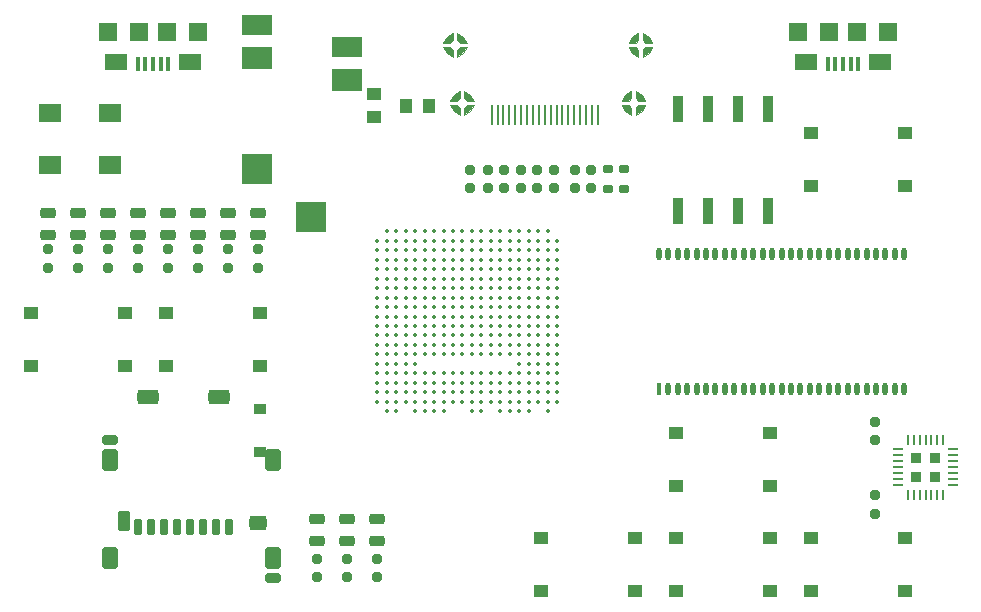
<source format=gtp>
G04 #@! TF.GenerationSoftware,KiCad,Pcbnew,6.0.11+dfsg-1*
G04 #@! TF.CreationDate,2023-03-29T14:32:03+02:00*
G04 #@! TF.ProjectId,ulx3s,756c7833-732e-46b6-9963-61645f706362,v3.1.8*
G04 #@! TF.SameCoordinates,Original*
G04 #@! TF.FileFunction,Paste,Top*
G04 #@! TF.FilePolarity,Positive*
%FSLAX46Y46*%
G04 Gerber Fmt 4.6, Leading zero omitted, Abs format (unit mm)*
G04 Created by KiCad (PCBNEW 6.0.11+dfsg-1) date 2023-03-29 14:32:03*
%MOMM*%
%LPD*%
G01*
G04 APERTURE LIST*
G04 Aperture macros list*
%AMRoundRect*
0 Rectangle with rounded corners*
0 $1 Rounding radius*
0 $2 $3 $4 $5 $6 $7 $8 $9 X,Y pos of 4 corners*
0 Add a 4 corners polygon primitive as box body*
4,1,4,$2,$3,$4,$5,$6,$7,$8,$9,$2,$3,0*
0 Add four circle primitives for the rounded corners*
1,1,$1+$1,$2,$3*
1,1,$1+$1,$4,$5*
1,1,$1+$1,$6,$7*
1,1,$1+$1,$8,$9*
0 Add four rect primitives between the rounded corners*
20,1,$1+$1,$2,$3,$4,$5,0*
20,1,$1+$1,$4,$5,$6,$7,0*
20,1,$1+$1,$6,$7,$8,$9,0*
20,1,$1+$1,$8,$9,$2,$3,0*%
G04 Aperture macros list end*
%ADD10C,0.100000*%
%ADD11R,2.546000X1.746000*%
%ADD12R,2.546000X2.546000*%
%ADD13R,2.546000X1.946000*%
%ADD14C,0.350000*%
%ADD15R,0.460000X1.100000*%
%ADD16O,0.460000X1.100000*%
%ADD17RoundRect,0.193750X-0.456250X0.243750X-0.456250X-0.243750X0.456250X-0.243750X0.456250X0.243750X0*%
%ADD18RoundRect,0.168750X0.256250X-0.218750X0.256250X0.218750X-0.256250X0.218750X-0.256250X-0.218750X0*%
%ADD19RoundRect,0.193750X0.456250X-0.243750X0.456250X0.243750X-0.456250X0.243750X-0.456250X-0.243750X0*%
%ADD20R,0.200000X1.800000*%
%ADD21RoundRect,0.168750X-0.256250X0.218750X-0.256250X-0.218750X0.256250X-0.218750X0.256250X0.218750X0*%
%ADD22R,1.200000X1.095000*%
%ADD23R,1.095000X1.200000*%
%ADD24R,0.300000X1.250000*%
%ADD25R,1.546000X1.646000*%
%ADD26R,1.846000X1.346000*%
%ADD27R,1.646000X1.646000*%
%ADD28R,1.900000X1.500000*%
%ADD29R,1.296000X1.046000*%
%ADD30R,0.920000X2.240000*%
%ADD31R,0.850000X0.200000*%
%ADD32O,0.850000X0.200000*%
%ADD33O,0.200000X0.850000*%
%ADD34R,0.875000X0.875000*%
%ADD35RoundRect,0.125000X-0.175000X-0.575000X0.175000X-0.575000X0.175000X0.575000X-0.175000X0.575000X0*%
%ADD36RoundRect,0.200000X0.350000X-0.250000X0.350000X0.250000X-0.350000X0.250000X-0.350000X-0.250000X0*%
%ADD37RoundRect,0.175000X-0.500000X-0.225000X0.500000X-0.225000X0.500000X0.225000X-0.500000X0.225000X0*%
%ADD38RoundRect,0.175000X0.500000X-0.225000X0.500000X0.225000X-0.500000X0.225000X-0.500000X-0.225000X0*%
%ADD39RoundRect,0.287500X-0.437500X0.337500X-0.437500X-0.337500X0.437500X-0.337500X0.437500X0.337500X0*%
%ADD40RoundRect,0.242500X-0.292500X0.607500X-0.292500X-0.607500X0.292500X-0.607500X0.292500X0.607500X0*%
%ADD41RoundRect,0.287500X-0.612500X0.337500X-0.612500X-0.337500X0.612500X-0.337500X0.612500X0.337500X0*%
%ADD42RoundRect,0.312500X-0.362500X-0.637500X0.362500X-0.637500X0.362500X0.637500X-0.362500X0.637500X0*%
%ADD43RoundRect,0.200000X-0.350000X0.250000X-0.350000X-0.250000X0.350000X-0.250000X0.350000X0.250000X0*%
%ADD44RoundRect,0.150000X0.275000X-0.200000X0.275000X0.200000X-0.275000X0.200000X-0.275000X-0.200000X0*%
G04 APERTURE END LIST*
G36*
X137846000Y-69712000D02*
G01*
X137846000Y-70312000D01*
X137346000Y-70012000D01*
X137046000Y-69512000D01*
X137646000Y-69512000D01*
X137846000Y-69712000D01*
G37*
D10*
X137846000Y-69712000D02*
X137846000Y-70312000D01*
X137346000Y-70012000D01*
X137046000Y-69512000D01*
X137646000Y-69512000D01*
X137846000Y-69712000D01*
G36*
X138746000Y-68612000D02*
G01*
X139046000Y-69112000D01*
X138446000Y-69112000D01*
X138246000Y-68912000D01*
X138246000Y-68312000D01*
X138746000Y-68612000D01*
G37*
X138746000Y-68612000D02*
X139046000Y-69112000D01*
X138446000Y-69112000D01*
X138246000Y-68912000D01*
X138246000Y-68312000D01*
X138746000Y-68612000D01*
G36*
X152946000Y-64812000D02*
G01*
X152946000Y-65412000D01*
X152446000Y-65112000D01*
X152146000Y-64612000D01*
X152746000Y-64612000D01*
X152946000Y-64812000D01*
G37*
X152946000Y-64812000D02*
X152946000Y-65412000D01*
X152446000Y-65112000D01*
X152146000Y-64612000D01*
X152746000Y-64612000D01*
X152946000Y-64812000D01*
G36*
X153246000Y-68612000D02*
G01*
X153546000Y-69112000D01*
X152946000Y-69112000D01*
X152746000Y-68912000D01*
X152746000Y-68312000D01*
X153246000Y-68612000D01*
G37*
X153246000Y-68612000D02*
X153546000Y-69112000D01*
X152946000Y-69112000D01*
X152746000Y-68912000D01*
X152746000Y-68312000D01*
X153246000Y-68612000D01*
G36*
X137846000Y-68912000D02*
G01*
X137646000Y-69112000D01*
X137046000Y-69112000D01*
X137346000Y-68612000D01*
X137846000Y-68312000D01*
X137846000Y-68912000D01*
G37*
X137846000Y-68912000D02*
X137646000Y-69112000D01*
X137046000Y-69112000D01*
X137346000Y-68612000D01*
X137846000Y-68312000D01*
X137846000Y-68912000D01*
G36*
X138146000Y-65112000D02*
G01*
X137646000Y-65412000D01*
X137646000Y-64812000D01*
X137846000Y-64612000D01*
X138446000Y-64612000D01*
X138146000Y-65112000D01*
G37*
X138146000Y-65112000D02*
X137646000Y-65412000D01*
X137646000Y-64812000D01*
X137846000Y-64612000D01*
X138446000Y-64612000D01*
X138146000Y-65112000D01*
G36*
X138746000Y-70012000D02*
G01*
X138246000Y-70312000D01*
X138246000Y-69712000D01*
X138446000Y-69512000D01*
X139046000Y-69512000D01*
X138746000Y-70012000D01*
G37*
X138746000Y-70012000D02*
X138246000Y-70312000D01*
X138246000Y-69712000D01*
X138446000Y-69512000D01*
X139046000Y-69512000D01*
X138746000Y-70012000D01*
G36*
X152346000Y-69712000D02*
G01*
X152346000Y-70312000D01*
X151846000Y-70012000D01*
X151546000Y-69512000D01*
X152146000Y-69512000D01*
X152346000Y-69712000D01*
G37*
X152346000Y-69712000D02*
X152346000Y-70312000D01*
X151846000Y-70012000D01*
X151546000Y-69512000D01*
X152146000Y-69512000D01*
X152346000Y-69712000D01*
G36*
X153846000Y-63712000D02*
G01*
X154146000Y-64212000D01*
X153546000Y-64212000D01*
X153346000Y-64012000D01*
X153346000Y-63412000D01*
X153846000Y-63712000D01*
G37*
X153846000Y-63712000D02*
X154146000Y-64212000D01*
X153546000Y-64212000D01*
X153346000Y-64012000D01*
X153346000Y-63412000D01*
X153846000Y-63712000D01*
G36*
X137246000Y-64012000D02*
G01*
X137046000Y-64212000D01*
X136446000Y-64212000D01*
X136746000Y-63712000D01*
X137246000Y-63412000D01*
X137246000Y-64012000D01*
G37*
X137246000Y-64012000D02*
X137046000Y-64212000D01*
X136446000Y-64212000D01*
X136746000Y-63712000D01*
X137246000Y-63412000D01*
X137246000Y-64012000D01*
G36*
X137246000Y-64812000D02*
G01*
X137246000Y-65412000D01*
X136746000Y-65112000D01*
X136446000Y-64612000D01*
X137046000Y-64612000D01*
X137246000Y-64812000D01*
G37*
X137246000Y-64812000D02*
X137246000Y-65412000D01*
X136746000Y-65112000D01*
X136446000Y-64612000D01*
X137046000Y-64612000D01*
X137246000Y-64812000D01*
G36*
X138146000Y-63712000D02*
G01*
X138446000Y-64212000D01*
X137846000Y-64212000D01*
X137646000Y-64012000D01*
X137646000Y-63412000D01*
X138146000Y-63712000D01*
G37*
X138146000Y-63712000D02*
X138446000Y-64212000D01*
X137846000Y-64212000D01*
X137646000Y-64012000D01*
X137646000Y-63412000D01*
X138146000Y-63712000D01*
G36*
X152946000Y-64012000D02*
G01*
X152746000Y-64212000D01*
X152146000Y-64212000D01*
X152446000Y-63712000D01*
X152946000Y-63412000D01*
X152946000Y-64012000D01*
G37*
X152946000Y-64012000D02*
X152746000Y-64212000D01*
X152146000Y-64212000D01*
X152446000Y-63712000D01*
X152946000Y-63412000D01*
X152946000Y-64012000D01*
G36*
X153246000Y-70012000D02*
G01*
X152746000Y-70312000D01*
X152746000Y-69712000D01*
X152946000Y-69512000D01*
X153546000Y-69512000D01*
X153246000Y-70012000D01*
G37*
X153246000Y-70012000D02*
X152746000Y-70312000D01*
X152746000Y-69712000D01*
X152946000Y-69512000D01*
X153546000Y-69512000D01*
X153246000Y-70012000D01*
G36*
X153846000Y-65112000D02*
G01*
X153346000Y-65412000D01*
X153346000Y-64812000D01*
X153546000Y-64612000D01*
X154146000Y-64612000D01*
X153846000Y-65112000D01*
G37*
X153846000Y-65112000D02*
X153346000Y-65412000D01*
X153346000Y-64812000D01*
X153546000Y-64612000D01*
X154146000Y-64612000D01*
X153846000Y-65112000D01*
G36*
X152346000Y-68912000D02*
G01*
X152146000Y-69112000D01*
X151546000Y-69112000D01*
X151846000Y-68612000D01*
X152346000Y-68312000D01*
X152346000Y-68912000D01*
G37*
X152346000Y-68912000D02*
X152146000Y-69112000D01*
X151546000Y-69112000D01*
X151846000Y-68612000D01*
X152346000Y-68312000D01*
X152346000Y-68912000D01*
D11*
X120668000Y-62700000D03*
D12*
X120668000Y-74900000D03*
D13*
X128268000Y-67400000D03*
X120668000Y-65500000D03*
D12*
X125218000Y-79000000D03*
D11*
X128268000Y-64600000D03*
D14*
X131680000Y-80200000D03*
X132480000Y-80200000D03*
X133280000Y-80200000D03*
X134080000Y-80200000D03*
X134880000Y-80200000D03*
X135680000Y-80200000D03*
X136480000Y-80200000D03*
X137280000Y-80200000D03*
X138080000Y-80200000D03*
X138880000Y-80200000D03*
X139680000Y-80200000D03*
X140480000Y-80200000D03*
X141280000Y-80200000D03*
X142080000Y-80200000D03*
X142880000Y-80200000D03*
X143680000Y-80200000D03*
X144480000Y-80200000D03*
X145280000Y-80200000D03*
X130880000Y-81000000D03*
X131680000Y-81000000D03*
X132480000Y-81000000D03*
X133280000Y-81000000D03*
X134080000Y-81000000D03*
X134880000Y-81000000D03*
X135680000Y-81000000D03*
X136480000Y-81000000D03*
X137280000Y-81000000D03*
X138080000Y-81000000D03*
X138880000Y-81000000D03*
X139680000Y-81000000D03*
X140480000Y-81000000D03*
X141280000Y-81000000D03*
X142080000Y-81000000D03*
X142880000Y-81000000D03*
X143680000Y-81000000D03*
X144480000Y-81000000D03*
X145280000Y-81000000D03*
X146080000Y-81000000D03*
X130880000Y-81800000D03*
X131680000Y-81800000D03*
X132480000Y-81800000D03*
X133280000Y-81800000D03*
X134080000Y-81800000D03*
X134880000Y-81800000D03*
X135680000Y-81800000D03*
X136480000Y-81800000D03*
X137280000Y-81800000D03*
X138080000Y-81800000D03*
X138880000Y-81800000D03*
X139680000Y-81800000D03*
X140480000Y-81800000D03*
X141280000Y-81800000D03*
X142080000Y-81800000D03*
X142880000Y-81800000D03*
X143680000Y-81800000D03*
X144480000Y-81800000D03*
X145280000Y-81800000D03*
X146080000Y-81800000D03*
X130880000Y-82600000D03*
X131680000Y-82600000D03*
X132480000Y-82600000D03*
X133280000Y-82600000D03*
X134080000Y-82600000D03*
X134880000Y-82600000D03*
X135680000Y-82600000D03*
X136480000Y-82600000D03*
X137280000Y-82600000D03*
X138080000Y-82600000D03*
X138880000Y-82600000D03*
X139680000Y-82600000D03*
X140480000Y-82600000D03*
X141280000Y-82600000D03*
X142080000Y-82600000D03*
X142880000Y-82600000D03*
X143680000Y-82600000D03*
X144480000Y-82600000D03*
X145280000Y-82600000D03*
X146080000Y-82600000D03*
X130880000Y-83400000D03*
X131680000Y-83400000D03*
X132480000Y-83400000D03*
X133280000Y-83400000D03*
X134080000Y-83400000D03*
X134880000Y-83400000D03*
X135680000Y-83400000D03*
X136480000Y-83400000D03*
X137280000Y-83400000D03*
X138080000Y-83400000D03*
X138880000Y-83400000D03*
X139680000Y-83400000D03*
X140480000Y-83400000D03*
X141280000Y-83400000D03*
X142080000Y-83400000D03*
X142880000Y-83400000D03*
X143680000Y-83400000D03*
X144480000Y-83400000D03*
X145280000Y-83400000D03*
X146080000Y-83400000D03*
X130880000Y-84200000D03*
X131680000Y-84200000D03*
X132480000Y-84200000D03*
X133280000Y-84200000D03*
X134080000Y-84200000D03*
X134880000Y-84200000D03*
X135680000Y-84200000D03*
X136480000Y-84200000D03*
X137280000Y-84200000D03*
X138080000Y-84200000D03*
X138880000Y-84200000D03*
X139680000Y-84200000D03*
X140480000Y-84200000D03*
X141280000Y-84200000D03*
X142080000Y-84200000D03*
X142880000Y-84200000D03*
X143680000Y-84200000D03*
X144480000Y-84200000D03*
X145280000Y-84200000D03*
X146080000Y-84200000D03*
X130880000Y-85000000D03*
X131680000Y-85000000D03*
X132480000Y-85000000D03*
X133280000Y-85000000D03*
X134080000Y-85000000D03*
X134880000Y-85000000D03*
X135680000Y-85000000D03*
X136480000Y-85000000D03*
X137280000Y-85000000D03*
X138080000Y-85000000D03*
X138880000Y-85000000D03*
X139680000Y-85000000D03*
X140480000Y-85000000D03*
X141280000Y-85000000D03*
X142080000Y-85000000D03*
X142880000Y-85000000D03*
X143680000Y-85000000D03*
X144480000Y-85000000D03*
X145280000Y-85000000D03*
X146080000Y-85000000D03*
X130880000Y-85800000D03*
X131680000Y-85800000D03*
X132480000Y-85800000D03*
X133280000Y-85800000D03*
X134080000Y-85800000D03*
X134880000Y-85800000D03*
X135680000Y-85800000D03*
X136480000Y-85800000D03*
X137280000Y-85800000D03*
X138080000Y-85800000D03*
X138880000Y-85800000D03*
X139680000Y-85800000D03*
X140480000Y-85800000D03*
X141280000Y-85800000D03*
X142080000Y-85800000D03*
X142880000Y-85800000D03*
X143680000Y-85800000D03*
X144480000Y-85800000D03*
X145280000Y-85800000D03*
X146080000Y-85800000D03*
X130880000Y-86600000D03*
X131680000Y-86600000D03*
X132480000Y-86600000D03*
X133280000Y-86600000D03*
X134080000Y-86600000D03*
X134880000Y-86600000D03*
X135680000Y-86600000D03*
X136480000Y-86600000D03*
X137280000Y-86600000D03*
X138080000Y-86600000D03*
X138880000Y-86600000D03*
X139680000Y-86600000D03*
X140480000Y-86600000D03*
X141280000Y-86600000D03*
X142080000Y-86600000D03*
X142880000Y-86600000D03*
X143680000Y-86600000D03*
X144480000Y-86600000D03*
X145280000Y-86600000D03*
X146080000Y-86600000D03*
X130880000Y-87400000D03*
X131680000Y-87400000D03*
X132480000Y-87400000D03*
X133280000Y-87400000D03*
X134080000Y-87400000D03*
X134880000Y-87400000D03*
X135680000Y-87400000D03*
X136480000Y-87400000D03*
X137280000Y-87400000D03*
X138080000Y-87400000D03*
X138880000Y-87400000D03*
X139680000Y-87400000D03*
X140480000Y-87400000D03*
X141280000Y-87400000D03*
X142080000Y-87400000D03*
X142880000Y-87400000D03*
X143680000Y-87400000D03*
X144480000Y-87400000D03*
X145280000Y-87400000D03*
X146080000Y-87400000D03*
X130880000Y-88200000D03*
X131680000Y-88200000D03*
X132480000Y-88200000D03*
X133280000Y-88200000D03*
X134080000Y-88200000D03*
X134880000Y-88200000D03*
X135680000Y-88200000D03*
X136480000Y-88200000D03*
X137280000Y-88200000D03*
X138080000Y-88200000D03*
X138880000Y-88200000D03*
X139680000Y-88200000D03*
X140480000Y-88200000D03*
X141280000Y-88200000D03*
X142080000Y-88200000D03*
X142880000Y-88200000D03*
X143680000Y-88200000D03*
X144480000Y-88200000D03*
X145280000Y-88200000D03*
X146080000Y-88200000D03*
X130880000Y-89000000D03*
X131680000Y-89000000D03*
X132480000Y-89000000D03*
X133280000Y-89000000D03*
X134080000Y-89000000D03*
X134880000Y-89000000D03*
X135680000Y-89000000D03*
X136480000Y-89000000D03*
X137280000Y-89000000D03*
X138080000Y-89000000D03*
X138880000Y-89000000D03*
X139680000Y-89000000D03*
X140480000Y-89000000D03*
X141280000Y-89000000D03*
X142080000Y-89000000D03*
X142880000Y-89000000D03*
X143680000Y-89000000D03*
X144480000Y-89000000D03*
X145280000Y-89000000D03*
X146080000Y-89000000D03*
X130880000Y-89800000D03*
X131680000Y-89800000D03*
X132480000Y-89800000D03*
X133280000Y-89800000D03*
X134080000Y-89800000D03*
X134880000Y-89800000D03*
X135680000Y-89800000D03*
X136480000Y-89800000D03*
X137280000Y-89800000D03*
X138080000Y-89800000D03*
X138880000Y-89800000D03*
X139680000Y-89800000D03*
X140480000Y-89800000D03*
X141280000Y-89800000D03*
X142080000Y-89800000D03*
X142880000Y-89800000D03*
X143680000Y-89800000D03*
X144480000Y-89800000D03*
X145280000Y-89800000D03*
X146080000Y-89800000D03*
X130880000Y-90600000D03*
X131680000Y-90600000D03*
X132480000Y-90600000D03*
X133280000Y-90600000D03*
X134080000Y-90600000D03*
X134880000Y-90600000D03*
X135680000Y-90600000D03*
X136480000Y-90600000D03*
X137280000Y-90600000D03*
X138080000Y-90600000D03*
X138880000Y-90600000D03*
X139680000Y-90600000D03*
X140480000Y-90600000D03*
X141280000Y-90600000D03*
X142080000Y-90600000D03*
X142880000Y-90600000D03*
X143680000Y-90600000D03*
X144480000Y-90600000D03*
X145280000Y-90600000D03*
X146080000Y-90600000D03*
X130880000Y-91400000D03*
X131680000Y-91400000D03*
X132480000Y-91400000D03*
X133280000Y-91400000D03*
X134080000Y-91400000D03*
X142880000Y-91400000D03*
X143680000Y-91400000D03*
X144480000Y-91400000D03*
X145280000Y-91400000D03*
X146080000Y-91400000D03*
X130880000Y-92200000D03*
X131680000Y-92200000D03*
X132480000Y-92200000D03*
X133280000Y-92200000D03*
X134080000Y-92200000D03*
X134880000Y-92200000D03*
X135680000Y-92200000D03*
X136480000Y-92200000D03*
X137280000Y-92200000D03*
X138080000Y-92200000D03*
X138880000Y-92200000D03*
X139680000Y-92200000D03*
X140480000Y-92200000D03*
X141280000Y-92200000D03*
X142080000Y-92200000D03*
X142880000Y-92200000D03*
X143680000Y-92200000D03*
X144480000Y-92200000D03*
X145280000Y-92200000D03*
X146080000Y-92200000D03*
X130880000Y-93000000D03*
X131680000Y-93000000D03*
X132480000Y-93000000D03*
X133280000Y-93000000D03*
X134080000Y-93000000D03*
X134880000Y-93000000D03*
X135680000Y-93000000D03*
X136480000Y-93000000D03*
X137280000Y-93000000D03*
X138080000Y-93000000D03*
X138880000Y-93000000D03*
X139680000Y-93000000D03*
X140480000Y-93000000D03*
X141280000Y-93000000D03*
X142080000Y-93000000D03*
X142880000Y-93000000D03*
X143680000Y-93000000D03*
X144480000Y-93000000D03*
X145280000Y-93000000D03*
X146080000Y-93000000D03*
X130880000Y-93800000D03*
X131680000Y-93800000D03*
X132480000Y-93800000D03*
X133280000Y-93800000D03*
X134080000Y-93800000D03*
X134880000Y-93800000D03*
X135680000Y-93800000D03*
X136480000Y-93800000D03*
X137280000Y-93800000D03*
X138080000Y-93800000D03*
X138880000Y-93800000D03*
X139680000Y-93800000D03*
X140480000Y-93800000D03*
X141280000Y-93800000D03*
X142080000Y-93800000D03*
X142880000Y-93800000D03*
X143680000Y-93800000D03*
X144480000Y-93800000D03*
X145280000Y-93800000D03*
X146080000Y-93800000D03*
X130880000Y-94600000D03*
X131680000Y-94600000D03*
X132480000Y-94600000D03*
X133280000Y-94600000D03*
X134080000Y-94600000D03*
X134880000Y-94600000D03*
X135680000Y-94600000D03*
X136480000Y-94600000D03*
X137280000Y-94600000D03*
X138080000Y-94600000D03*
X138880000Y-94600000D03*
X139680000Y-94600000D03*
X140480000Y-94600000D03*
X141280000Y-94600000D03*
X142080000Y-94600000D03*
X142880000Y-94600000D03*
X143680000Y-94600000D03*
X144480000Y-94600000D03*
X145280000Y-94600000D03*
X146080000Y-94600000D03*
X131680000Y-95400000D03*
X132480000Y-95400000D03*
X134080000Y-95400000D03*
X134880000Y-95400000D03*
X135680000Y-95400000D03*
X136480000Y-95400000D03*
X138880000Y-95400000D03*
X139680000Y-95400000D03*
X141280000Y-95400000D03*
X142080000Y-95400000D03*
X142880000Y-95400000D03*
X143680000Y-95400000D03*
X145280000Y-95400000D03*
D15*
X154693000Y-93530000D03*
D16*
X155493000Y-93530000D03*
X156293000Y-93530000D03*
X157093000Y-93530000D03*
X157893000Y-93530000D03*
X158693000Y-93530000D03*
X159493000Y-93530000D03*
X160293000Y-93530000D03*
X161093000Y-93530000D03*
X161893000Y-93530000D03*
X162693000Y-93530000D03*
X163493000Y-93530000D03*
X164293000Y-93530000D03*
X165093000Y-93530000D03*
X165893000Y-93530000D03*
X166693000Y-93530000D03*
X167493000Y-93530000D03*
X168293000Y-93530000D03*
X169093000Y-93530000D03*
X169893000Y-93530000D03*
X170693000Y-93530000D03*
X171493000Y-93530000D03*
X172293000Y-93530000D03*
X173093000Y-93530000D03*
X173893000Y-93530000D03*
X174693000Y-93530000D03*
X175493000Y-93530000D03*
X175493000Y-82070000D03*
X174693000Y-82070000D03*
X173893000Y-82070000D03*
X173093000Y-82070000D03*
X172293000Y-82070000D03*
X171493000Y-82070000D03*
X170693000Y-82070000D03*
X169893000Y-82070000D03*
X169093000Y-82070000D03*
X168293000Y-82070000D03*
X167493000Y-82070000D03*
X166693000Y-82070000D03*
X165893000Y-82070000D03*
X165093000Y-82070000D03*
X164293000Y-82070000D03*
X163493000Y-82070000D03*
X162693000Y-82070000D03*
X161893000Y-82070000D03*
X161093000Y-82070000D03*
X160293000Y-82070000D03*
X159493000Y-82070000D03*
X158693000Y-82070000D03*
X157893000Y-82070000D03*
X157093000Y-82070000D03*
X156293000Y-82070000D03*
X155493000Y-82070000D03*
X154693000Y-82070000D03*
D17*
X118230000Y-78661500D03*
X118230000Y-80536500D03*
D18*
X140201000Y-76558500D03*
X140201000Y-74983500D03*
X142995000Y-76558500D03*
X142995000Y-74983500D03*
X145789000Y-76558500D03*
X145789000Y-74983500D03*
X148964000Y-76558500D03*
X148964000Y-74983500D03*
X138742800Y-76551100D03*
X138742800Y-74976100D03*
X141598000Y-76558500D03*
X141598000Y-74983500D03*
X144392000Y-76558500D03*
X144392000Y-74983500D03*
D19*
X130800000Y-106437500D03*
X130800000Y-104562500D03*
D20*
X140546000Y-70312000D03*
X141046000Y-70312000D03*
X141546000Y-70312000D03*
X142046000Y-70312000D03*
X142546000Y-70312000D03*
X143046000Y-70312000D03*
X143546000Y-70312000D03*
X144046000Y-70312000D03*
X144546000Y-70312000D03*
X145046000Y-70312000D03*
X145546000Y-70312000D03*
X146046000Y-70312000D03*
X146546000Y-70312000D03*
X147046000Y-70312000D03*
X147546000Y-70312000D03*
X148046000Y-70312000D03*
X148546000Y-70312000D03*
X149046000Y-70312000D03*
X149546000Y-70312000D03*
D18*
X120770000Y-83289500D03*
X120770000Y-81714500D03*
X118230000Y-83289500D03*
X118230000Y-81714500D03*
X115690000Y-83289500D03*
X115690000Y-81714500D03*
X113150000Y-83289500D03*
X113150000Y-81714500D03*
X110610000Y-83289500D03*
X110610000Y-81714500D03*
X108070000Y-83289500D03*
X108070000Y-81714500D03*
X105530000Y-83289500D03*
X105530000Y-81714500D03*
X147567000Y-76546500D03*
X147567000Y-74971500D03*
X102990000Y-83289500D03*
X102990000Y-81714500D03*
D21*
X128300000Y-107912500D03*
X128300000Y-109487500D03*
D17*
X120770000Y-78661500D03*
X120770000Y-80536500D03*
X115690000Y-78661500D03*
X115690000Y-80536500D03*
X113150000Y-78661500D03*
X113150000Y-80536500D03*
X108070000Y-78661500D03*
X108070000Y-80536500D03*
X105545000Y-78661500D03*
X105545000Y-80536500D03*
X102990000Y-78661500D03*
X102990000Y-80536500D03*
D19*
X128300000Y-106437500D03*
X128300000Y-104562500D03*
D17*
X125800000Y-104562500D03*
X125800000Y-106437500D03*
D18*
X130800000Y-109487500D03*
X130800000Y-107912500D03*
D22*
X130564000Y-70533500D03*
X130564000Y-68598500D03*
D23*
X133279500Y-69566000D03*
X135214500Y-69566000D03*
D24*
X113180000Y-66000000D03*
X112530000Y-66000000D03*
X111880000Y-66000000D03*
X111230000Y-66000000D03*
X110580000Y-66000000D03*
D25*
X108080000Y-63325000D03*
D26*
X108780000Y-65875000D03*
D27*
X113080000Y-63325000D03*
D25*
X115680000Y-63325000D03*
D27*
X110680000Y-63325000D03*
D26*
X114980000Y-65875000D03*
D24*
X171600000Y-66000000D03*
X170950000Y-66000000D03*
X170300000Y-66000000D03*
X169650000Y-66000000D03*
X169000000Y-66000000D03*
D27*
X169100000Y-63325000D03*
D25*
X174100000Y-63325000D03*
D26*
X173400000Y-65875000D03*
D27*
X171500000Y-63325000D03*
D26*
X167200000Y-65875000D03*
D25*
X166500000Y-63325000D03*
D28*
X108212000Y-70160000D03*
X103132000Y-70160000D03*
X103132000Y-74560000D03*
X108212000Y-74560000D03*
D29*
X175550000Y-76370000D03*
X167590000Y-76370000D03*
X175550000Y-71870000D03*
X167590000Y-71870000D03*
X101550000Y-87110000D03*
X109510000Y-87110000D03*
X101550000Y-91610000D03*
X109510000Y-91610000D03*
X120940000Y-87110000D03*
X112980000Y-87110000D03*
X120940000Y-91610000D03*
X112980000Y-91610000D03*
X164120000Y-97270000D03*
X156160000Y-97270000D03*
X156160000Y-101770000D03*
X164120000Y-101770000D03*
X164120000Y-110660000D03*
X156160000Y-110660000D03*
X164120000Y-106160000D03*
X156160000Y-106160000D03*
X144730000Y-110660000D03*
X152690000Y-110660000D03*
X144730000Y-106160000D03*
X152690000Y-106160000D03*
X175550000Y-110660000D03*
X167590000Y-110660000D03*
X175550000Y-106160000D03*
X167590000Y-106160000D03*
D18*
X172967000Y-97894500D03*
X172967000Y-96319500D03*
D30*
X156330000Y-78425000D03*
X158870000Y-78425000D03*
X161410000Y-78425000D03*
X163950000Y-78425000D03*
X163950000Y-69815000D03*
X161410000Y-69815000D03*
X158870000Y-69815000D03*
X156330000Y-69815000D03*
D17*
X110610000Y-78661500D03*
X110610000Y-80536500D03*
D31*
X179625000Y-101655000D03*
D32*
X179625000Y-101155000D03*
X179625000Y-100655000D03*
X179625000Y-100155000D03*
X179625000Y-99655000D03*
X179625000Y-99155000D03*
X179625000Y-98655000D03*
D33*
X178785000Y-97815000D03*
X178285000Y-97815000D03*
X177785000Y-97815000D03*
X177285000Y-97815000D03*
X176785000Y-97815000D03*
X176285000Y-97815000D03*
X175785000Y-97815000D03*
D32*
X174945000Y-98655000D03*
X174945000Y-99155000D03*
X174945000Y-99655000D03*
X174945000Y-100155000D03*
X174945000Y-100655000D03*
X174945000Y-101155000D03*
X174945000Y-101655000D03*
D33*
X175785000Y-102495000D03*
X176285000Y-102495000D03*
X176785000Y-102495000D03*
X177285000Y-102495000D03*
X177785000Y-102495000D03*
X178285000Y-102495000D03*
X178785000Y-102495000D03*
D34*
X176472500Y-100967500D03*
X178097500Y-100967500D03*
X178097500Y-99342500D03*
X176472500Y-99342500D03*
D21*
X172967000Y-102542500D03*
X172967000Y-104117500D03*
D35*
X118332000Y-105250000D03*
X117232000Y-105250000D03*
X116132000Y-105250000D03*
X115032000Y-105250000D03*
X113932000Y-105250000D03*
X112832000Y-105250000D03*
X111732000Y-105250000D03*
X110632000Y-105250000D03*
D36*
X120932000Y-95200000D03*
D37*
X122007000Y-109550000D03*
D38*
X108257000Y-97850000D03*
D39*
X120732000Y-104900000D03*
D40*
X109432000Y-104700000D03*
D41*
X111432000Y-94200000D03*
X117432000Y-94200000D03*
D42*
X122007000Y-107850000D03*
X108257000Y-107850000D03*
X108257000Y-99550000D03*
X122007000Y-99550000D03*
D43*
X120932000Y-98900000D03*
D44*
X151758000Y-76596000D03*
X151758000Y-74946000D03*
X150361000Y-76596000D03*
X150361000Y-74946000D03*
D21*
X125800000Y-107912500D03*
X125800000Y-109487500D03*
M02*

</source>
